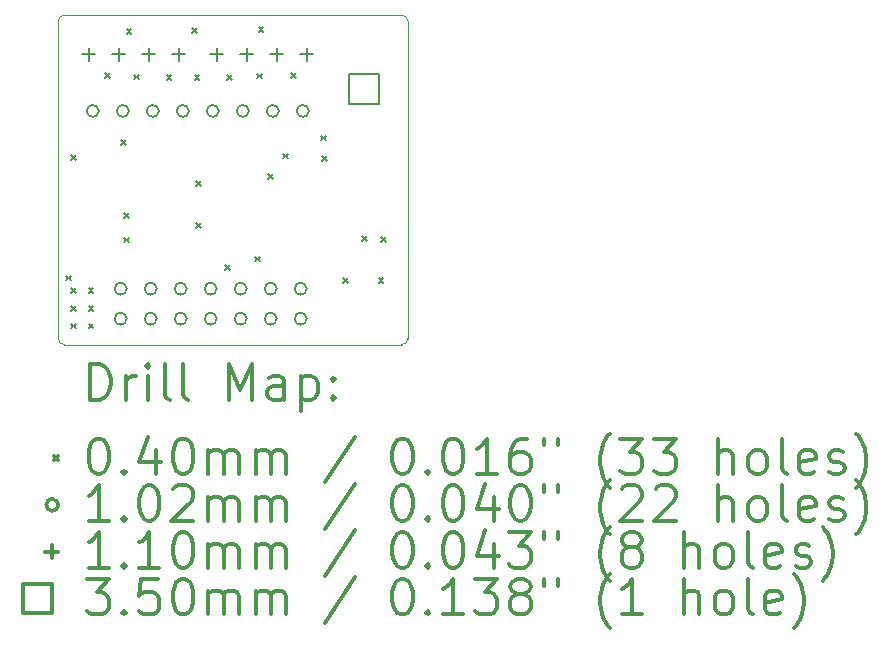
<source format=gbr>
%FSLAX45Y45*%
G04 Gerber Fmt 4.5, Leading zero omitted, Abs format (unit mm)*
G04 Created by KiCad (PCBNEW 4.0.1-stable) date 08.03.2016 20:35:33*
%MOMM*%
G01*
G04 APERTURE LIST*
%ADD10C,0.127000*%
%ADD11C,0.010000*%
%ADD12C,0.200000*%
%ADD13C,0.300000*%
G04 APERTURE END LIST*
D10*
D11*
X15898000Y-11073000D02*
X18757000Y-11073000D01*
X18807000Y-8332000D02*
X18807000Y-11023000D01*
X15898000Y-8282000D02*
X18757000Y-8282000D01*
X15848000Y-11023000D02*
G75*
G03X15898000Y-11073000I50000J0D01*
G01*
X15898000Y-8282000D02*
G75*
G03X15848000Y-8332000I0J-50000D01*
G01*
X18807000Y-8332000D02*
G75*
G03X18757000Y-8282000I-50000J0D01*
G01*
X18757000Y-11073000D02*
G75*
G03X18807000Y-11023000I0J50000D01*
G01*
X15848000Y-8332000D02*
X15848000Y-11023000D01*
D12*
X15915000Y-10490000D02*
X15955000Y-10530000D01*
X15955000Y-10490000D02*
X15915000Y-10530000D01*
X15955000Y-10595000D02*
X15995000Y-10635000D01*
X15995000Y-10595000D02*
X15955000Y-10635000D01*
X15955000Y-10745000D02*
X15995000Y-10785000D01*
X15995000Y-10745000D02*
X15955000Y-10785000D01*
X15955000Y-10895000D02*
X15995000Y-10935000D01*
X15995000Y-10895000D02*
X15955000Y-10935000D01*
X15957000Y-9468000D02*
X15997000Y-9508000D01*
X15997000Y-9468000D02*
X15957000Y-9508000D01*
X16105000Y-10595000D02*
X16145000Y-10635000D01*
X16145000Y-10595000D02*
X16105000Y-10635000D01*
X16105000Y-10745000D02*
X16145000Y-10785000D01*
X16145000Y-10745000D02*
X16105000Y-10785000D01*
X16105000Y-10895000D02*
X16145000Y-10935000D01*
X16145000Y-10895000D02*
X16105000Y-10935000D01*
X16245000Y-8777500D02*
X16285000Y-8817500D01*
X16285000Y-8777500D02*
X16245000Y-8817500D01*
X16380000Y-9340000D02*
X16420000Y-9380000D01*
X16420000Y-9340000D02*
X16380000Y-9380000D01*
X16407000Y-9960000D02*
X16447000Y-10000000D01*
X16447000Y-9960000D02*
X16407000Y-10000000D01*
X16408000Y-10168000D02*
X16448000Y-10208000D01*
X16448000Y-10168000D02*
X16408000Y-10208000D01*
X16426000Y-8400000D02*
X16466000Y-8440000D01*
X16466000Y-8400000D02*
X16426000Y-8440000D01*
X16487500Y-8787500D02*
X16527500Y-8827500D01*
X16527500Y-8787500D02*
X16487500Y-8827500D01*
X16765000Y-8792500D02*
X16805000Y-8832500D01*
X16805000Y-8792500D02*
X16765000Y-8832500D01*
X16980000Y-8393000D02*
X17020000Y-8433000D01*
X17020000Y-8393000D02*
X16980000Y-8433000D01*
X17002500Y-8792500D02*
X17042500Y-8832500D01*
X17042500Y-8792500D02*
X17002500Y-8832500D01*
X17015000Y-9689000D02*
X17055000Y-9729000D01*
X17055000Y-9689000D02*
X17015000Y-9729000D01*
X17016000Y-10043000D02*
X17056000Y-10083000D01*
X17056000Y-10043000D02*
X17016000Y-10083000D01*
X17259000Y-10400000D02*
X17299000Y-10440000D01*
X17299000Y-10400000D02*
X17259000Y-10440000D01*
X17275000Y-8792500D02*
X17315000Y-8832500D01*
X17315000Y-8792500D02*
X17275000Y-8832500D01*
X17512000Y-10328000D02*
X17552000Y-10368000D01*
X17552000Y-10328000D02*
X17512000Y-10368000D01*
X17530000Y-8780000D02*
X17570000Y-8820000D01*
X17570000Y-8780000D02*
X17530000Y-8820000D01*
X17544000Y-8385000D02*
X17584000Y-8425000D01*
X17584000Y-8385000D02*
X17544000Y-8425000D01*
X17625000Y-9628000D02*
X17665000Y-9668000D01*
X17665000Y-9628000D02*
X17625000Y-9668000D01*
X17752000Y-9456000D02*
X17792000Y-9496000D01*
X17792000Y-9456000D02*
X17752000Y-9496000D01*
X17817500Y-8775000D02*
X17857500Y-8815000D01*
X17857500Y-8775000D02*
X17817500Y-8815000D01*
X18075000Y-9305000D02*
X18115000Y-9345000D01*
X18115000Y-9305000D02*
X18075000Y-9345000D01*
X18079000Y-9477000D02*
X18119000Y-9517000D01*
X18119000Y-9477000D02*
X18079000Y-9517000D01*
X18260000Y-10510000D02*
X18300000Y-10550000D01*
X18300000Y-10510000D02*
X18260000Y-10550000D01*
X18420000Y-10155000D02*
X18460000Y-10195000D01*
X18460000Y-10155000D02*
X18420000Y-10195000D01*
X18560000Y-10510000D02*
X18600000Y-10550000D01*
X18600000Y-10510000D02*
X18560000Y-10550000D01*
X18580000Y-10165000D02*
X18620000Y-10205000D01*
X18620000Y-10165000D02*
X18580000Y-10205000D01*
X16190800Y-9095000D02*
G75*
G03X16190800Y-9095000I-50800J0D01*
G01*
X16426800Y-10600000D02*
G75*
G03X16426800Y-10600000I-50800J0D01*
G01*
X16426800Y-10854000D02*
G75*
G03X16426800Y-10854000I-50800J0D01*
G01*
X16444800Y-9095000D02*
G75*
G03X16444800Y-9095000I-50800J0D01*
G01*
X16680800Y-10600000D02*
G75*
G03X16680800Y-10600000I-50800J0D01*
G01*
X16680800Y-10854000D02*
G75*
G03X16680800Y-10854000I-50800J0D01*
G01*
X16698800Y-9095000D02*
G75*
G03X16698800Y-9095000I-50800J0D01*
G01*
X16934800Y-10600000D02*
G75*
G03X16934800Y-10600000I-50800J0D01*
G01*
X16934800Y-10854000D02*
G75*
G03X16934800Y-10854000I-50800J0D01*
G01*
X16952800Y-9095000D02*
G75*
G03X16952800Y-9095000I-50800J0D01*
G01*
X17188800Y-10600000D02*
G75*
G03X17188800Y-10600000I-50800J0D01*
G01*
X17188800Y-10854000D02*
G75*
G03X17188800Y-10854000I-50800J0D01*
G01*
X17206800Y-9095000D02*
G75*
G03X17206800Y-9095000I-50800J0D01*
G01*
X17442800Y-10600000D02*
G75*
G03X17442800Y-10600000I-50800J0D01*
G01*
X17442800Y-10854000D02*
G75*
G03X17442800Y-10854000I-50800J0D01*
G01*
X17460800Y-9095000D02*
G75*
G03X17460800Y-9095000I-50800J0D01*
G01*
X17696800Y-10600000D02*
G75*
G03X17696800Y-10600000I-50800J0D01*
G01*
X17696800Y-10854000D02*
G75*
G03X17696800Y-10854000I-50800J0D01*
G01*
X17714800Y-9095000D02*
G75*
G03X17714800Y-9095000I-50800J0D01*
G01*
X17950800Y-10600000D02*
G75*
G03X17950800Y-10600000I-50800J0D01*
G01*
X17950800Y-10854000D02*
G75*
G03X17950800Y-10854000I-50800J0D01*
G01*
X17968800Y-9095000D02*
G75*
G03X17968800Y-9095000I-50800J0D01*
G01*
X16104000Y-8560136D02*
X16104000Y-8669864D01*
X16049136Y-8615000D02*
X16158864Y-8615000D01*
X16358000Y-8560136D02*
X16358000Y-8669864D01*
X16303136Y-8615000D02*
X16412864Y-8615000D01*
X16612000Y-8560136D02*
X16612000Y-8669864D01*
X16557136Y-8615000D02*
X16666864Y-8615000D01*
X16866000Y-8560136D02*
X16866000Y-8669864D01*
X16811136Y-8615000D02*
X16920864Y-8615000D01*
X17189000Y-8560136D02*
X17189000Y-8669864D01*
X17134136Y-8615000D02*
X17243864Y-8615000D01*
X17443000Y-8560136D02*
X17443000Y-8669864D01*
X17388136Y-8615000D02*
X17497864Y-8615000D01*
X17697000Y-8560136D02*
X17697000Y-8669864D01*
X17642136Y-8615000D02*
X17751864Y-8615000D01*
X17951000Y-8560136D02*
X17951000Y-8669864D01*
X17896136Y-8615000D02*
X18005864Y-8615000D01*
X18560745Y-9033745D02*
X18560745Y-8786255D01*
X18313255Y-8786255D01*
X18313255Y-9033745D01*
X18560745Y-9033745D01*
D13*
X16118928Y-11539214D02*
X16118928Y-11239214D01*
X16190357Y-11239214D01*
X16233214Y-11253500D01*
X16261786Y-11282071D01*
X16276071Y-11310643D01*
X16290357Y-11367786D01*
X16290357Y-11410643D01*
X16276071Y-11467786D01*
X16261786Y-11496357D01*
X16233214Y-11524929D01*
X16190357Y-11539214D01*
X16118928Y-11539214D01*
X16418928Y-11539214D02*
X16418928Y-11339214D01*
X16418928Y-11396357D02*
X16433214Y-11367786D01*
X16447500Y-11353500D01*
X16476071Y-11339214D01*
X16504643Y-11339214D01*
X16604643Y-11539214D02*
X16604643Y-11339214D01*
X16604643Y-11239214D02*
X16590357Y-11253500D01*
X16604643Y-11267786D01*
X16618928Y-11253500D01*
X16604643Y-11239214D01*
X16604643Y-11267786D01*
X16790357Y-11539214D02*
X16761786Y-11524929D01*
X16747500Y-11496357D01*
X16747500Y-11239214D01*
X16947500Y-11539214D02*
X16918929Y-11524929D01*
X16904643Y-11496357D01*
X16904643Y-11239214D01*
X17290357Y-11539214D02*
X17290357Y-11239214D01*
X17390357Y-11453500D01*
X17490357Y-11239214D01*
X17490357Y-11539214D01*
X17761786Y-11539214D02*
X17761786Y-11382071D01*
X17747500Y-11353500D01*
X17718929Y-11339214D01*
X17661786Y-11339214D01*
X17633214Y-11353500D01*
X17761786Y-11524929D02*
X17733214Y-11539214D01*
X17661786Y-11539214D01*
X17633214Y-11524929D01*
X17618929Y-11496357D01*
X17618929Y-11467786D01*
X17633214Y-11439214D01*
X17661786Y-11424929D01*
X17733214Y-11424929D01*
X17761786Y-11410643D01*
X17904643Y-11339214D02*
X17904643Y-11639214D01*
X17904643Y-11353500D02*
X17933214Y-11339214D01*
X17990357Y-11339214D01*
X18018929Y-11353500D01*
X18033214Y-11367786D01*
X18047500Y-11396357D01*
X18047500Y-11482071D01*
X18033214Y-11510643D01*
X18018929Y-11524929D01*
X17990357Y-11539214D01*
X17933214Y-11539214D01*
X17904643Y-11524929D01*
X18176071Y-11510643D02*
X18190357Y-11524929D01*
X18176071Y-11539214D01*
X18161786Y-11524929D01*
X18176071Y-11510643D01*
X18176071Y-11539214D01*
X18176071Y-11353500D02*
X18190357Y-11367786D01*
X18176071Y-11382071D01*
X18161786Y-11367786D01*
X18176071Y-11353500D01*
X18176071Y-11382071D01*
X15807500Y-12013500D02*
X15847500Y-12053500D01*
X15847500Y-12013500D02*
X15807500Y-12053500D01*
X16176071Y-11869214D02*
X16204643Y-11869214D01*
X16233214Y-11883500D01*
X16247500Y-11897786D01*
X16261786Y-11926357D01*
X16276071Y-11983500D01*
X16276071Y-12054929D01*
X16261786Y-12112071D01*
X16247500Y-12140643D01*
X16233214Y-12154929D01*
X16204643Y-12169214D01*
X16176071Y-12169214D01*
X16147500Y-12154929D01*
X16133214Y-12140643D01*
X16118928Y-12112071D01*
X16104643Y-12054929D01*
X16104643Y-11983500D01*
X16118928Y-11926357D01*
X16133214Y-11897786D01*
X16147500Y-11883500D01*
X16176071Y-11869214D01*
X16404643Y-12140643D02*
X16418928Y-12154929D01*
X16404643Y-12169214D01*
X16390357Y-12154929D01*
X16404643Y-12140643D01*
X16404643Y-12169214D01*
X16676071Y-11969214D02*
X16676071Y-12169214D01*
X16604643Y-11854929D02*
X16533214Y-12069214D01*
X16718928Y-12069214D01*
X16890357Y-11869214D02*
X16918929Y-11869214D01*
X16947500Y-11883500D01*
X16961786Y-11897786D01*
X16976071Y-11926357D01*
X16990357Y-11983500D01*
X16990357Y-12054929D01*
X16976071Y-12112071D01*
X16961786Y-12140643D01*
X16947500Y-12154929D01*
X16918929Y-12169214D01*
X16890357Y-12169214D01*
X16861786Y-12154929D01*
X16847500Y-12140643D01*
X16833214Y-12112071D01*
X16818929Y-12054929D01*
X16818929Y-11983500D01*
X16833214Y-11926357D01*
X16847500Y-11897786D01*
X16861786Y-11883500D01*
X16890357Y-11869214D01*
X17118929Y-12169214D02*
X17118929Y-11969214D01*
X17118929Y-11997786D02*
X17133214Y-11983500D01*
X17161786Y-11969214D01*
X17204643Y-11969214D01*
X17233214Y-11983500D01*
X17247500Y-12012071D01*
X17247500Y-12169214D01*
X17247500Y-12012071D02*
X17261786Y-11983500D01*
X17290357Y-11969214D01*
X17333214Y-11969214D01*
X17361786Y-11983500D01*
X17376071Y-12012071D01*
X17376071Y-12169214D01*
X17518929Y-12169214D02*
X17518929Y-11969214D01*
X17518929Y-11997786D02*
X17533214Y-11983500D01*
X17561786Y-11969214D01*
X17604643Y-11969214D01*
X17633214Y-11983500D01*
X17647500Y-12012071D01*
X17647500Y-12169214D01*
X17647500Y-12012071D02*
X17661786Y-11983500D01*
X17690357Y-11969214D01*
X17733214Y-11969214D01*
X17761786Y-11983500D01*
X17776071Y-12012071D01*
X17776071Y-12169214D01*
X18361786Y-11854929D02*
X18104643Y-12240643D01*
X18747500Y-11869214D02*
X18776071Y-11869214D01*
X18804643Y-11883500D01*
X18818928Y-11897786D01*
X18833214Y-11926357D01*
X18847500Y-11983500D01*
X18847500Y-12054929D01*
X18833214Y-12112071D01*
X18818928Y-12140643D01*
X18804643Y-12154929D01*
X18776071Y-12169214D01*
X18747500Y-12169214D01*
X18718928Y-12154929D01*
X18704643Y-12140643D01*
X18690357Y-12112071D01*
X18676071Y-12054929D01*
X18676071Y-11983500D01*
X18690357Y-11926357D01*
X18704643Y-11897786D01*
X18718928Y-11883500D01*
X18747500Y-11869214D01*
X18976071Y-12140643D02*
X18990357Y-12154929D01*
X18976071Y-12169214D01*
X18961786Y-12154929D01*
X18976071Y-12140643D01*
X18976071Y-12169214D01*
X19176071Y-11869214D02*
X19204643Y-11869214D01*
X19233214Y-11883500D01*
X19247500Y-11897786D01*
X19261786Y-11926357D01*
X19276071Y-11983500D01*
X19276071Y-12054929D01*
X19261786Y-12112071D01*
X19247500Y-12140643D01*
X19233214Y-12154929D01*
X19204643Y-12169214D01*
X19176071Y-12169214D01*
X19147500Y-12154929D01*
X19133214Y-12140643D01*
X19118928Y-12112071D01*
X19104643Y-12054929D01*
X19104643Y-11983500D01*
X19118928Y-11926357D01*
X19133214Y-11897786D01*
X19147500Y-11883500D01*
X19176071Y-11869214D01*
X19561786Y-12169214D02*
X19390357Y-12169214D01*
X19476071Y-12169214D02*
X19476071Y-11869214D01*
X19447500Y-11912071D01*
X19418928Y-11940643D01*
X19390357Y-11954929D01*
X19818928Y-11869214D02*
X19761786Y-11869214D01*
X19733214Y-11883500D01*
X19718928Y-11897786D01*
X19690357Y-11940643D01*
X19676071Y-11997786D01*
X19676071Y-12112071D01*
X19690357Y-12140643D01*
X19704643Y-12154929D01*
X19733214Y-12169214D01*
X19790357Y-12169214D01*
X19818928Y-12154929D01*
X19833214Y-12140643D01*
X19847500Y-12112071D01*
X19847500Y-12040643D01*
X19833214Y-12012071D01*
X19818928Y-11997786D01*
X19790357Y-11983500D01*
X19733214Y-11983500D01*
X19704643Y-11997786D01*
X19690357Y-12012071D01*
X19676071Y-12040643D01*
X19961786Y-11869214D02*
X19961786Y-11926357D01*
X20076071Y-11869214D02*
X20076071Y-11926357D01*
X20518928Y-12283500D02*
X20504643Y-12269214D01*
X20476071Y-12226357D01*
X20461786Y-12197786D01*
X20447500Y-12154929D01*
X20433214Y-12083500D01*
X20433214Y-12026357D01*
X20447500Y-11954929D01*
X20461786Y-11912071D01*
X20476071Y-11883500D01*
X20504643Y-11840643D01*
X20518928Y-11826357D01*
X20604643Y-11869214D02*
X20790357Y-11869214D01*
X20690357Y-11983500D01*
X20733214Y-11983500D01*
X20761786Y-11997786D01*
X20776071Y-12012071D01*
X20790357Y-12040643D01*
X20790357Y-12112071D01*
X20776071Y-12140643D01*
X20761786Y-12154929D01*
X20733214Y-12169214D01*
X20647500Y-12169214D01*
X20618928Y-12154929D01*
X20604643Y-12140643D01*
X20890357Y-11869214D02*
X21076071Y-11869214D01*
X20976071Y-11983500D01*
X21018928Y-11983500D01*
X21047500Y-11997786D01*
X21061786Y-12012071D01*
X21076071Y-12040643D01*
X21076071Y-12112071D01*
X21061786Y-12140643D01*
X21047500Y-12154929D01*
X21018928Y-12169214D01*
X20933214Y-12169214D01*
X20904643Y-12154929D01*
X20890357Y-12140643D01*
X21433214Y-12169214D02*
X21433214Y-11869214D01*
X21561786Y-12169214D02*
X21561786Y-12012071D01*
X21547500Y-11983500D01*
X21518928Y-11969214D01*
X21476071Y-11969214D01*
X21447500Y-11983500D01*
X21433214Y-11997786D01*
X21747500Y-12169214D02*
X21718928Y-12154929D01*
X21704643Y-12140643D01*
X21690357Y-12112071D01*
X21690357Y-12026357D01*
X21704643Y-11997786D01*
X21718928Y-11983500D01*
X21747500Y-11969214D01*
X21790357Y-11969214D01*
X21818928Y-11983500D01*
X21833214Y-11997786D01*
X21847500Y-12026357D01*
X21847500Y-12112071D01*
X21833214Y-12140643D01*
X21818928Y-12154929D01*
X21790357Y-12169214D01*
X21747500Y-12169214D01*
X22018928Y-12169214D02*
X21990357Y-12154929D01*
X21976071Y-12126357D01*
X21976071Y-11869214D01*
X22247500Y-12154929D02*
X22218929Y-12169214D01*
X22161786Y-12169214D01*
X22133214Y-12154929D01*
X22118929Y-12126357D01*
X22118929Y-12012071D01*
X22133214Y-11983500D01*
X22161786Y-11969214D01*
X22218929Y-11969214D01*
X22247500Y-11983500D01*
X22261786Y-12012071D01*
X22261786Y-12040643D01*
X22118929Y-12069214D01*
X22376071Y-12154929D02*
X22404643Y-12169214D01*
X22461786Y-12169214D01*
X22490357Y-12154929D01*
X22504643Y-12126357D01*
X22504643Y-12112071D01*
X22490357Y-12083500D01*
X22461786Y-12069214D01*
X22418928Y-12069214D01*
X22390357Y-12054929D01*
X22376071Y-12026357D01*
X22376071Y-12012071D01*
X22390357Y-11983500D01*
X22418928Y-11969214D01*
X22461786Y-11969214D01*
X22490357Y-11983500D01*
X22604643Y-12283500D02*
X22618928Y-12269214D01*
X22647500Y-12226357D01*
X22661786Y-12197786D01*
X22676071Y-12154929D01*
X22690357Y-12083500D01*
X22690357Y-12026357D01*
X22676071Y-11954929D01*
X22661786Y-11912071D01*
X22647500Y-11883500D01*
X22618928Y-11840643D01*
X22604643Y-11826357D01*
X15847500Y-12429500D02*
G75*
G03X15847500Y-12429500I-50800J0D01*
G01*
X16276071Y-12565214D02*
X16104643Y-12565214D01*
X16190357Y-12565214D02*
X16190357Y-12265214D01*
X16161786Y-12308071D01*
X16133214Y-12336643D01*
X16104643Y-12350929D01*
X16404643Y-12536643D02*
X16418928Y-12550929D01*
X16404643Y-12565214D01*
X16390357Y-12550929D01*
X16404643Y-12536643D01*
X16404643Y-12565214D01*
X16604643Y-12265214D02*
X16633214Y-12265214D01*
X16661786Y-12279500D01*
X16676071Y-12293786D01*
X16690357Y-12322357D01*
X16704643Y-12379500D01*
X16704643Y-12450929D01*
X16690357Y-12508071D01*
X16676071Y-12536643D01*
X16661786Y-12550929D01*
X16633214Y-12565214D01*
X16604643Y-12565214D01*
X16576071Y-12550929D01*
X16561786Y-12536643D01*
X16547500Y-12508071D01*
X16533214Y-12450929D01*
X16533214Y-12379500D01*
X16547500Y-12322357D01*
X16561786Y-12293786D01*
X16576071Y-12279500D01*
X16604643Y-12265214D01*
X16818929Y-12293786D02*
X16833214Y-12279500D01*
X16861786Y-12265214D01*
X16933214Y-12265214D01*
X16961786Y-12279500D01*
X16976071Y-12293786D01*
X16990357Y-12322357D01*
X16990357Y-12350929D01*
X16976071Y-12393786D01*
X16804643Y-12565214D01*
X16990357Y-12565214D01*
X17118929Y-12565214D02*
X17118929Y-12365214D01*
X17118929Y-12393786D02*
X17133214Y-12379500D01*
X17161786Y-12365214D01*
X17204643Y-12365214D01*
X17233214Y-12379500D01*
X17247500Y-12408071D01*
X17247500Y-12565214D01*
X17247500Y-12408071D02*
X17261786Y-12379500D01*
X17290357Y-12365214D01*
X17333214Y-12365214D01*
X17361786Y-12379500D01*
X17376071Y-12408071D01*
X17376071Y-12565214D01*
X17518929Y-12565214D02*
X17518929Y-12365214D01*
X17518929Y-12393786D02*
X17533214Y-12379500D01*
X17561786Y-12365214D01*
X17604643Y-12365214D01*
X17633214Y-12379500D01*
X17647500Y-12408071D01*
X17647500Y-12565214D01*
X17647500Y-12408071D02*
X17661786Y-12379500D01*
X17690357Y-12365214D01*
X17733214Y-12365214D01*
X17761786Y-12379500D01*
X17776071Y-12408071D01*
X17776071Y-12565214D01*
X18361786Y-12250929D02*
X18104643Y-12636643D01*
X18747500Y-12265214D02*
X18776071Y-12265214D01*
X18804643Y-12279500D01*
X18818928Y-12293786D01*
X18833214Y-12322357D01*
X18847500Y-12379500D01*
X18847500Y-12450929D01*
X18833214Y-12508071D01*
X18818928Y-12536643D01*
X18804643Y-12550929D01*
X18776071Y-12565214D01*
X18747500Y-12565214D01*
X18718928Y-12550929D01*
X18704643Y-12536643D01*
X18690357Y-12508071D01*
X18676071Y-12450929D01*
X18676071Y-12379500D01*
X18690357Y-12322357D01*
X18704643Y-12293786D01*
X18718928Y-12279500D01*
X18747500Y-12265214D01*
X18976071Y-12536643D02*
X18990357Y-12550929D01*
X18976071Y-12565214D01*
X18961786Y-12550929D01*
X18976071Y-12536643D01*
X18976071Y-12565214D01*
X19176071Y-12265214D02*
X19204643Y-12265214D01*
X19233214Y-12279500D01*
X19247500Y-12293786D01*
X19261786Y-12322357D01*
X19276071Y-12379500D01*
X19276071Y-12450929D01*
X19261786Y-12508071D01*
X19247500Y-12536643D01*
X19233214Y-12550929D01*
X19204643Y-12565214D01*
X19176071Y-12565214D01*
X19147500Y-12550929D01*
X19133214Y-12536643D01*
X19118928Y-12508071D01*
X19104643Y-12450929D01*
X19104643Y-12379500D01*
X19118928Y-12322357D01*
X19133214Y-12293786D01*
X19147500Y-12279500D01*
X19176071Y-12265214D01*
X19533214Y-12365214D02*
X19533214Y-12565214D01*
X19461786Y-12250929D02*
X19390357Y-12465214D01*
X19576071Y-12465214D01*
X19747500Y-12265214D02*
X19776071Y-12265214D01*
X19804643Y-12279500D01*
X19818928Y-12293786D01*
X19833214Y-12322357D01*
X19847500Y-12379500D01*
X19847500Y-12450929D01*
X19833214Y-12508071D01*
X19818928Y-12536643D01*
X19804643Y-12550929D01*
X19776071Y-12565214D01*
X19747500Y-12565214D01*
X19718928Y-12550929D01*
X19704643Y-12536643D01*
X19690357Y-12508071D01*
X19676071Y-12450929D01*
X19676071Y-12379500D01*
X19690357Y-12322357D01*
X19704643Y-12293786D01*
X19718928Y-12279500D01*
X19747500Y-12265214D01*
X19961786Y-12265214D02*
X19961786Y-12322357D01*
X20076071Y-12265214D02*
X20076071Y-12322357D01*
X20518928Y-12679500D02*
X20504643Y-12665214D01*
X20476071Y-12622357D01*
X20461786Y-12593786D01*
X20447500Y-12550929D01*
X20433214Y-12479500D01*
X20433214Y-12422357D01*
X20447500Y-12350929D01*
X20461786Y-12308071D01*
X20476071Y-12279500D01*
X20504643Y-12236643D01*
X20518928Y-12222357D01*
X20618928Y-12293786D02*
X20633214Y-12279500D01*
X20661786Y-12265214D01*
X20733214Y-12265214D01*
X20761786Y-12279500D01*
X20776071Y-12293786D01*
X20790357Y-12322357D01*
X20790357Y-12350929D01*
X20776071Y-12393786D01*
X20604643Y-12565214D01*
X20790357Y-12565214D01*
X20904643Y-12293786D02*
X20918928Y-12279500D01*
X20947500Y-12265214D01*
X21018928Y-12265214D01*
X21047500Y-12279500D01*
X21061786Y-12293786D01*
X21076071Y-12322357D01*
X21076071Y-12350929D01*
X21061786Y-12393786D01*
X20890357Y-12565214D01*
X21076071Y-12565214D01*
X21433214Y-12565214D02*
X21433214Y-12265214D01*
X21561786Y-12565214D02*
X21561786Y-12408071D01*
X21547500Y-12379500D01*
X21518928Y-12365214D01*
X21476071Y-12365214D01*
X21447500Y-12379500D01*
X21433214Y-12393786D01*
X21747500Y-12565214D02*
X21718928Y-12550929D01*
X21704643Y-12536643D01*
X21690357Y-12508071D01*
X21690357Y-12422357D01*
X21704643Y-12393786D01*
X21718928Y-12379500D01*
X21747500Y-12365214D01*
X21790357Y-12365214D01*
X21818928Y-12379500D01*
X21833214Y-12393786D01*
X21847500Y-12422357D01*
X21847500Y-12508071D01*
X21833214Y-12536643D01*
X21818928Y-12550929D01*
X21790357Y-12565214D01*
X21747500Y-12565214D01*
X22018928Y-12565214D02*
X21990357Y-12550929D01*
X21976071Y-12522357D01*
X21976071Y-12265214D01*
X22247500Y-12550929D02*
X22218929Y-12565214D01*
X22161786Y-12565214D01*
X22133214Y-12550929D01*
X22118929Y-12522357D01*
X22118929Y-12408071D01*
X22133214Y-12379500D01*
X22161786Y-12365214D01*
X22218929Y-12365214D01*
X22247500Y-12379500D01*
X22261786Y-12408071D01*
X22261786Y-12436643D01*
X22118929Y-12465214D01*
X22376071Y-12550929D02*
X22404643Y-12565214D01*
X22461786Y-12565214D01*
X22490357Y-12550929D01*
X22504643Y-12522357D01*
X22504643Y-12508071D01*
X22490357Y-12479500D01*
X22461786Y-12465214D01*
X22418928Y-12465214D01*
X22390357Y-12450929D01*
X22376071Y-12422357D01*
X22376071Y-12408071D01*
X22390357Y-12379500D01*
X22418928Y-12365214D01*
X22461786Y-12365214D01*
X22490357Y-12379500D01*
X22604643Y-12679500D02*
X22618928Y-12665214D01*
X22647500Y-12622357D01*
X22661786Y-12593786D01*
X22676071Y-12550929D01*
X22690357Y-12479500D01*
X22690357Y-12422357D01*
X22676071Y-12350929D01*
X22661786Y-12308071D01*
X22647500Y-12279500D01*
X22618928Y-12236643D01*
X22604643Y-12222357D01*
X15792636Y-12770636D02*
X15792636Y-12880364D01*
X15737772Y-12825500D02*
X15847500Y-12825500D01*
X16276071Y-12961214D02*
X16104643Y-12961214D01*
X16190357Y-12961214D02*
X16190357Y-12661214D01*
X16161786Y-12704071D01*
X16133214Y-12732643D01*
X16104643Y-12746929D01*
X16404643Y-12932643D02*
X16418928Y-12946929D01*
X16404643Y-12961214D01*
X16390357Y-12946929D01*
X16404643Y-12932643D01*
X16404643Y-12961214D01*
X16704643Y-12961214D02*
X16533214Y-12961214D01*
X16618928Y-12961214D02*
X16618928Y-12661214D01*
X16590357Y-12704071D01*
X16561786Y-12732643D01*
X16533214Y-12746929D01*
X16890357Y-12661214D02*
X16918929Y-12661214D01*
X16947500Y-12675500D01*
X16961786Y-12689786D01*
X16976071Y-12718357D01*
X16990357Y-12775500D01*
X16990357Y-12846929D01*
X16976071Y-12904071D01*
X16961786Y-12932643D01*
X16947500Y-12946929D01*
X16918929Y-12961214D01*
X16890357Y-12961214D01*
X16861786Y-12946929D01*
X16847500Y-12932643D01*
X16833214Y-12904071D01*
X16818929Y-12846929D01*
X16818929Y-12775500D01*
X16833214Y-12718357D01*
X16847500Y-12689786D01*
X16861786Y-12675500D01*
X16890357Y-12661214D01*
X17118929Y-12961214D02*
X17118929Y-12761214D01*
X17118929Y-12789786D02*
X17133214Y-12775500D01*
X17161786Y-12761214D01*
X17204643Y-12761214D01*
X17233214Y-12775500D01*
X17247500Y-12804071D01*
X17247500Y-12961214D01*
X17247500Y-12804071D02*
X17261786Y-12775500D01*
X17290357Y-12761214D01*
X17333214Y-12761214D01*
X17361786Y-12775500D01*
X17376071Y-12804071D01*
X17376071Y-12961214D01*
X17518929Y-12961214D02*
X17518929Y-12761214D01*
X17518929Y-12789786D02*
X17533214Y-12775500D01*
X17561786Y-12761214D01*
X17604643Y-12761214D01*
X17633214Y-12775500D01*
X17647500Y-12804071D01*
X17647500Y-12961214D01*
X17647500Y-12804071D02*
X17661786Y-12775500D01*
X17690357Y-12761214D01*
X17733214Y-12761214D01*
X17761786Y-12775500D01*
X17776071Y-12804071D01*
X17776071Y-12961214D01*
X18361786Y-12646929D02*
X18104643Y-13032643D01*
X18747500Y-12661214D02*
X18776071Y-12661214D01*
X18804643Y-12675500D01*
X18818928Y-12689786D01*
X18833214Y-12718357D01*
X18847500Y-12775500D01*
X18847500Y-12846929D01*
X18833214Y-12904071D01*
X18818928Y-12932643D01*
X18804643Y-12946929D01*
X18776071Y-12961214D01*
X18747500Y-12961214D01*
X18718928Y-12946929D01*
X18704643Y-12932643D01*
X18690357Y-12904071D01*
X18676071Y-12846929D01*
X18676071Y-12775500D01*
X18690357Y-12718357D01*
X18704643Y-12689786D01*
X18718928Y-12675500D01*
X18747500Y-12661214D01*
X18976071Y-12932643D02*
X18990357Y-12946929D01*
X18976071Y-12961214D01*
X18961786Y-12946929D01*
X18976071Y-12932643D01*
X18976071Y-12961214D01*
X19176071Y-12661214D02*
X19204643Y-12661214D01*
X19233214Y-12675500D01*
X19247500Y-12689786D01*
X19261786Y-12718357D01*
X19276071Y-12775500D01*
X19276071Y-12846929D01*
X19261786Y-12904071D01*
X19247500Y-12932643D01*
X19233214Y-12946929D01*
X19204643Y-12961214D01*
X19176071Y-12961214D01*
X19147500Y-12946929D01*
X19133214Y-12932643D01*
X19118928Y-12904071D01*
X19104643Y-12846929D01*
X19104643Y-12775500D01*
X19118928Y-12718357D01*
X19133214Y-12689786D01*
X19147500Y-12675500D01*
X19176071Y-12661214D01*
X19533214Y-12761214D02*
X19533214Y-12961214D01*
X19461786Y-12646929D02*
X19390357Y-12861214D01*
X19576071Y-12861214D01*
X19661786Y-12661214D02*
X19847500Y-12661214D01*
X19747500Y-12775500D01*
X19790357Y-12775500D01*
X19818928Y-12789786D01*
X19833214Y-12804071D01*
X19847500Y-12832643D01*
X19847500Y-12904071D01*
X19833214Y-12932643D01*
X19818928Y-12946929D01*
X19790357Y-12961214D01*
X19704643Y-12961214D01*
X19676071Y-12946929D01*
X19661786Y-12932643D01*
X19961786Y-12661214D02*
X19961786Y-12718357D01*
X20076071Y-12661214D02*
X20076071Y-12718357D01*
X20518928Y-13075500D02*
X20504643Y-13061214D01*
X20476071Y-13018357D01*
X20461786Y-12989786D01*
X20447500Y-12946929D01*
X20433214Y-12875500D01*
X20433214Y-12818357D01*
X20447500Y-12746929D01*
X20461786Y-12704071D01*
X20476071Y-12675500D01*
X20504643Y-12632643D01*
X20518928Y-12618357D01*
X20676071Y-12789786D02*
X20647500Y-12775500D01*
X20633214Y-12761214D01*
X20618928Y-12732643D01*
X20618928Y-12718357D01*
X20633214Y-12689786D01*
X20647500Y-12675500D01*
X20676071Y-12661214D01*
X20733214Y-12661214D01*
X20761786Y-12675500D01*
X20776071Y-12689786D01*
X20790357Y-12718357D01*
X20790357Y-12732643D01*
X20776071Y-12761214D01*
X20761786Y-12775500D01*
X20733214Y-12789786D01*
X20676071Y-12789786D01*
X20647500Y-12804071D01*
X20633214Y-12818357D01*
X20618928Y-12846929D01*
X20618928Y-12904071D01*
X20633214Y-12932643D01*
X20647500Y-12946929D01*
X20676071Y-12961214D01*
X20733214Y-12961214D01*
X20761786Y-12946929D01*
X20776071Y-12932643D01*
X20790357Y-12904071D01*
X20790357Y-12846929D01*
X20776071Y-12818357D01*
X20761786Y-12804071D01*
X20733214Y-12789786D01*
X21147500Y-12961214D02*
X21147500Y-12661214D01*
X21276071Y-12961214D02*
X21276071Y-12804071D01*
X21261786Y-12775500D01*
X21233214Y-12761214D01*
X21190357Y-12761214D01*
X21161786Y-12775500D01*
X21147500Y-12789786D01*
X21461786Y-12961214D02*
X21433214Y-12946929D01*
X21418928Y-12932643D01*
X21404643Y-12904071D01*
X21404643Y-12818357D01*
X21418928Y-12789786D01*
X21433214Y-12775500D01*
X21461786Y-12761214D01*
X21504643Y-12761214D01*
X21533214Y-12775500D01*
X21547500Y-12789786D01*
X21561786Y-12818357D01*
X21561786Y-12904071D01*
X21547500Y-12932643D01*
X21533214Y-12946929D01*
X21504643Y-12961214D01*
X21461786Y-12961214D01*
X21733214Y-12961214D02*
X21704643Y-12946929D01*
X21690357Y-12918357D01*
X21690357Y-12661214D01*
X21961786Y-12946929D02*
X21933214Y-12961214D01*
X21876071Y-12961214D01*
X21847500Y-12946929D01*
X21833214Y-12918357D01*
X21833214Y-12804071D01*
X21847500Y-12775500D01*
X21876071Y-12761214D01*
X21933214Y-12761214D01*
X21961786Y-12775500D01*
X21976071Y-12804071D01*
X21976071Y-12832643D01*
X21833214Y-12861214D01*
X22090357Y-12946929D02*
X22118929Y-12961214D01*
X22176071Y-12961214D01*
X22204643Y-12946929D01*
X22218929Y-12918357D01*
X22218929Y-12904071D01*
X22204643Y-12875500D01*
X22176071Y-12861214D01*
X22133214Y-12861214D01*
X22104643Y-12846929D01*
X22090357Y-12818357D01*
X22090357Y-12804071D01*
X22104643Y-12775500D01*
X22133214Y-12761214D01*
X22176071Y-12761214D01*
X22204643Y-12775500D01*
X22318928Y-13075500D02*
X22333214Y-13061214D01*
X22361786Y-13018357D01*
X22376071Y-12989786D01*
X22390357Y-12946929D01*
X22404643Y-12875500D01*
X22404643Y-12818357D01*
X22390357Y-12746929D01*
X22376071Y-12704071D01*
X22361786Y-12675500D01*
X22333214Y-12632643D01*
X22318928Y-12618357D01*
X15796245Y-13345245D02*
X15796245Y-13097755D01*
X15548755Y-13097755D01*
X15548755Y-13345245D01*
X15796245Y-13345245D01*
X16090357Y-13057214D02*
X16276071Y-13057214D01*
X16176071Y-13171500D01*
X16218928Y-13171500D01*
X16247500Y-13185786D01*
X16261786Y-13200071D01*
X16276071Y-13228643D01*
X16276071Y-13300071D01*
X16261786Y-13328643D01*
X16247500Y-13342929D01*
X16218928Y-13357214D01*
X16133214Y-13357214D01*
X16104643Y-13342929D01*
X16090357Y-13328643D01*
X16404643Y-13328643D02*
X16418928Y-13342929D01*
X16404643Y-13357214D01*
X16390357Y-13342929D01*
X16404643Y-13328643D01*
X16404643Y-13357214D01*
X16690357Y-13057214D02*
X16547500Y-13057214D01*
X16533214Y-13200071D01*
X16547500Y-13185786D01*
X16576071Y-13171500D01*
X16647500Y-13171500D01*
X16676071Y-13185786D01*
X16690357Y-13200071D01*
X16704643Y-13228643D01*
X16704643Y-13300071D01*
X16690357Y-13328643D01*
X16676071Y-13342929D01*
X16647500Y-13357214D01*
X16576071Y-13357214D01*
X16547500Y-13342929D01*
X16533214Y-13328643D01*
X16890357Y-13057214D02*
X16918929Y-13057214D01*
X16947500Y-13071500D01*
X16961786Y-13085786D01*
X16976071Y-13114357D01*
X16990357Y-13171500D01*
X16990357Y-13242929D01*
X16976071Y-13300071D01*
X16961786Y-13328643D01*
X16947500Y-13342929D01*
X16918929Y-13357214D01*
X16890357Y-13357214D01*
X16861786Y-13342929D01*
X16847500Y-13328643D01*
X16833214Y-13300071D01*
X16818929Y-13242929D01*
X16818929Y-13171500D01*
X16833214Y-13114357D01*
X16847500Y-13085786D01*
X16861786Y-13071500D01*
X16890357Y-13057214D01*
X17118929Y-13357214D02*
X17118929Y-13157214D01*
X17118929Y-13185786D02*
X17133214Y-13171500D01*
X17161786Y-13157214D01*
X17204643Y-13157214D01*
X17233214Y-13171500D01*
X17247500Y-13200071D01*
X17247500Y-13357214D01*
X17247500Y-13200071D02*
X17261786Y-13171500D01*
X17290357Y-13157214D01*
X17333214Y-13157214D01*
X17361786Y-13171500D01*
X17376071Y-13200071D01*
X17376071Y-13357214D01*
X17518929Y-13357214D02*
X17518929Y-13157214D01*
X17518929Y-13185786D02*
X17533214Y-13171500D01*
X17561786Y-13157214D01*
X17604643Y-13157214D01*
X17633214Y-13171500D01*
X17647500Y-13200071D01*
X17647500Y-13357214D01*
X17647500Y-13200071D02*
X17661786Y-13171500D01*
X17690357Y-13157214D01*
X17733214Y-13157214D01*
X17761786Y-13171500D01*
X17776071Y-13200071D01*
X17776071Y-13357214D01*
X18361786Y-13042929D02*
X18104643Y-13428643D01*
X18747500Y-13057214D02*
X18776071Y-13057214D01*
X18804643Y-13071500D01*
X18818928Y-13085786D01*
X18833214Y-13114357D01*
X18847500Y-13171500D01*
X18847500Y-13242929D01*
X18833214Y-13300071D01*
X18818928Y-13328643D01*
X18804643Y-13342929D01*
X18776071Y-13357214D01*
X18747500Y-13357214D01*
X18718928Y-13342929D01*
X18704643Y-13328643D01*
X18690357Y-13300071D01*
X18676071Y-13242929D01*
X18676071Y-13171500D01*
X18690357Y-13114357D01*
X18704643Y-13085786D01*
X18718928Y-13071500D01*
X18747500Y-13057214D01*
X18976071Y-13328643D02*
X18990357Y-13342929D01*
X18976071Y-13357214D01*
X18961786Y-13342929D01*
X18976071Y-13328643D01*
X18976071Y-13357214D01*
X19276071Y-13357214D02*
X19104643Y-13357214D01*
X19190357Y-13357214D02*
X19190357Y-13057214D01*
X19161786Y-13100071D01*
X19133214Y-13128643D01*
X19104643Y-13142929D01*
X19376071Y-13057214D02*
X19561786Y-13057214D01*
X19461786Y-13171500D01*
X19504643Y-13171500D01*
X19533214Y-13185786D01*
X19547500Y-13200071D01*
X19561786Y-13228643D01*
X19561786Y-13300071D01*
X19547500Y-13328643D01*
X19533214Y-13342929D01*
X19504643Y-13357214D01*
X19418928Y-13357214D01*
X19390357Y-13342929D01*
X19376071Y-13328643D01*
X19733214Y-13185786D02*
X19704643Y-13171500D01*
X19690357Y-13157214D01*
X19676071Y-13128643D01*
X19676071Y-13114357D01*
X19690357Y-13085786D01*
X19704643Y-13071500D01*
X19733214Y-13057214D01*
X19790357Y-13057214D01*
X19818928Y-13071500D01*
X19833214Y-13085786D01*
X19847500Y-13114357D01*
X19847500Y-13128643D01*
X19833214Y-13157214D01*
X19818928Y-13171500D01*
X19790357Y-13185786D01*
X19733214Y-13185786D01*
X19704643Y-13200071D01*
X19690357Y-13214357D01*
X19676071Y-13242929D01*
X19676071Y-13300071D01*
X19690357Y-13328643D01*
X19704643Y-13342929D01*
X19733214Y-13357214D01*
X19790357Y-13357214D01*
X19818928Y-13342929D01*
X19833214Y-13328643D01*
X19847500Y-13300071D01*
X19847500Y-13242929D01*
X19833214Y-13214357D01*
X19818928Y-13200071D01*
X19790357Y-13185786D01*
X19961786Y-13057214D02*
X19961786Y-13114357D01*
X20076071Y-13057214D02*
X20076071Y-13114357D01*
X20518928Y-13471500D02*
X20504643Y-13457214D01*
X20476071Y-13414357D01*
X20461786Y-13385786D01*
X20447500Y-13342929D01*
X20433214Y-13271500D01*
X20433214Y-13214357D01*
X20447500Y-13142929D01*
X20461786Y-13100071D01*
X20476071Y-13071500D01*
X20504643Y-13028643D01*
X20518928Y-13014357D01*
X20790357Y-13357214D02*
X20618928Y-13357214D01*
X20704643Y-13357214D02*
X20704643Y-13057214D01*
X20676071Y-13100071D01*
X20647500Y-13128643D01*
X20618928Y-13142929D01*
X21147500Y-13357214D02*
X21147500Y-13057214D01*
X21276071Y-13357214D02*
X21276071Y-13200071D01*
X21261786Y-13171500D01*
X21233214Y-13157214D01*
X21190357Y-13157214D01*
X21161786Y-13171500D01*
X21147500Y-13185786D01*
X21461786Y-13357214D02*
X21433214Y-13342929D01*
X21418928Y-13328643D01*
X21404643Y-13300071D01*
X21404643Y-13214357D01*
X21418928Y-13185786D01*
X21433214Y-13171500D01*
X21461786Y-13157214D01*
X21504643Y-13157214D01*
X21533214Y-13171500D01*
X21547500Y-13185786D01*
X21561786Y-13214357D01*
X21561786Y-13300071D01*
X21547500Y-13328643D01*
X21533214Y-13342929D01*
X21504643Y-13357214D01*
X21461786Y-13357214D01*
X21733214Y-13357214D02*
X21704643Y-13342929D01*
X21690357Y-13314357D01*
X21690357Y-13057214D01*
X21961786Y-13342929D02*
X21933214Y-13357214D01*
X21876071Y-13357214D01*
X21847500Y-13342929D01*
X21833214Y-13314357D01*
X21833214Y-13200071D01*
X21847500Y-13171500D01*
X21876071Y-13157214D01*
X21933214Y-13157214D01*
X21961786Y-13171500D01*
X21976071Y-13200071D01*
X21976071Y-13228643D01*
X21833214Y-13257214D01*
X22076071Y-13471500D02*
X22090357Y-13457214D01*
X22118929Y-13414357D01*
X22133214Y-13385786D01*
X22147500Y-13342929D01*
X22161786Y-13271500D01*
X22161786Y-13214357D01*
X22147500Y-13142929D01*
X22133214Y-13100071D01*
X22118929Y-13071500D01*
X22090357Y-13028643D01*
X22076071Y-13014357D01*
M02*

</source>
